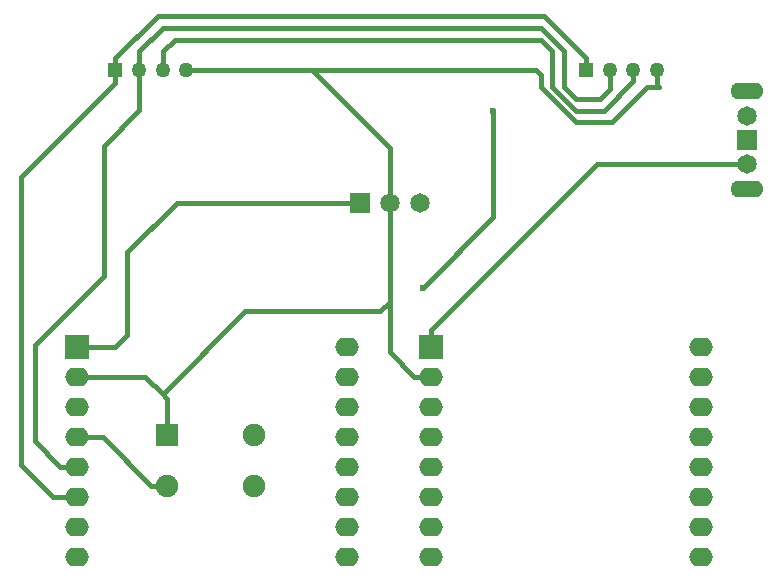
<source format=gtl>
G04 #@! TF.GenerationSoftware,KiCad,Pcbnew,5.1.5*
G04 #@! TF.CreationDate,2020-03-04T16:52:44+01:00*
G04 #@! TF.ProjectId,captobox,63617074-6f62-46f7-982e-6b696361645f,rev?*
G04 #@! TF.SameCoordinates,Original*
G04 #@! TF.FileFunction,Copper,L1,Top*
G04 #@! TF.FilePolarity,Positive*
%FSLAX46Y46*%
G04 Gerber Fmt 4.6, Leading zero omitted, Abs format (unit mm)*
G04 Created by KiCad (PCBNEW 5.1.5) date 2020-03-04 16:52:44*
%MOMM*%
%LPD*%
G04 APERTURE LIST*
%ADD10O,2.000000X1.600000*%
%ADD11R,2.000000X2.000000*%
%ADD12C,1.270000*%
%ADD13R,1.270000X1.270000*%
%ADD14C,1.651000*%
%ADD15R,1.651000X1.651000*%
%ADD16O,2.794000X1.397000*%
%ADD17C,1.905000*%
%ADD18R,1.905000X1.905000*%
%ADD19C,0.600000*%
%ADD20C,0.400000*%
G04 APERTURE END LIST*
D10*
X187575001Y-100000000D03*
X187575001Y-102540000D03*
X187575001Y-105080000D03*
X187575001Y-107620000D03*
X187575001Y-110160000D03*
X187575001Y-112700000D03*
X187575001Y-115240000D03*
X187575001Y-117780000D03*
X164715001Y-117780000D03*
X164715001Y-115240000D03*
X164715001Y-112700000D03*
X164715001Y-110160000D03*
X164715001Y-107620000D03*
X164715001Y-105080000D03*
D11*
X164715001Y-100000000D03*
D10*
X164715001Y-102540000D03*
X134715001Y-102540000D03*
D11*
X134715001Y-100000000D03*
D10*
X134715001Y-105080000D03*
X134715001Y-107620000D03*
X134715001Y-110160000D03*
X134715001Y-112700000D03*
X134715001Y-115240000D03*
X134715001Y-117780000D03*
X157575001Y-117780000D03*
X157575001Y-115240000D03*
X157575001Y-112700000D03*
X157575001Y-110160000D03*
X157575001Y-107620000D03*
X157575001Y-105080000D03*
X157575001Y-102540000D03*
X157575001Y-100000000D03*
D12*
X143999740Y-76600000D03*
X141998220Y-76600000D03*
X140001780Y-76600000D03*
D13*
X138000260Y-76600120D03*
D14*
X163740000Y-87800000D03*
X161200000Y-87800000D03*
D15*
X158660000Y-87800000D03*
D13*
X177850520Y-76600120D03*
D12*
X179852040Y-76600000D03*
X181848480Y-76600000D03*
X183850000Y-76600000D03*
D14*
X191500000Y-80468000D03*
X191500000Y-84532000D03*
D15*
X191500000Y-82500000D03*
D16*
X191500000Y-78334400D03*
X191500000Y-86665600D03*
D17*
X149750000Y-107432000D03*
X149750000Y-111750000D03*
X142384000Y-111750000D03*
D18*
X142384000Y-107432000D03*
D19*
X170000000Y-80000000D03*
X164000000Y-95000000D03*
D20*
X158660000Y-87800000D02*
X143200000Y-87800000D01*
X143200000Y-87800000D02*
X139000000Y-92000000D01*
X139000000Y-92000000D02*
X139000000Y-99000000D01*
X138000000Y-100000000D02*
X134715001Y-100000000D01*
X139000000Y-99000000D02*
X138000000Y-100000000D01*
X143999740Y-76600000D02*
X154600000Y-76600000D01*
X161200000Y-83200000D02*
X161200000Y-87800000D01*
X154600000Y-76600000D02*
X161200000Y-83200000D01*
X184000000Y-78000000D02*
X183850000Y-77850000D01*
X180000000Y-81000000D02*
X183000000Y-78000000D01*
X173600000Y-76600000D02*
X174000000Y-77000000D01*
X183000000Y-78000000D02*
X184000000Y-78000000D01*
X154600000Y-76600000D02*
X173600000Y-76600000D01*
X174000000Y-78000000D02*
X177000000Y-81000000D01*
X183850000Y-77850000D02*
X183850000Y-76600000D01*
X174000000Y-77000000D02*
X174000000Y-78000000D01*
X177000000Y-81000000D02*
X180000000Y-81000000D01*
X161200000Y-88967433D02*
X161200000Y-87800000D01*
X161200000Y-100424999D02*
X161200000Y-88967433D01*
X163315001Y-102540000D02*
X161200000Y-100424999D01*
X164715001Y-102540000D02*
X163315001Y-102540000D01*
X134715001Y-102540000D02*
X140540000Y-102540000D01*
X142384000Y-104384000D02*
X142384000Y-107432000D01*
X161200000Y-100424999D02*
X161200000Y-96200000D01*
X161200000Y-96200000D02*
X160400000Y-97000000D01*
X160400000Y-97000000D02*
X149000000Y-97000000D01*
X149000000Y-97000000D02*
X142000000Y-104000000D01*
X140540000Y-102540000D02*
X142000000Y-104000000D01*
X142000000Y-104000000D02*
X142384000Y-104384000D01*
X181848480Y-77498025D02*
X181848480Y-76600000D01*
X179346505Y-80000000D02*
X181848480Y-77498025D01*
X177000000Y-80000000D02*
X179346505Y-80000000D01*
X175000000Y-78000000D02*
X177000000Y-80000000D01*
X141998220Y-76600000D02*
X141998220Y-75001780D01*
X175000000Y-75000000D02*
X175000000Y-78000000D01*
X141998220Y-75001780D02*
X143000000Y-74000000D01*
X143000000Y-74000000D02*
X174000000Y-74000000D01*
X174000000Y-74000000D02*
X175000000Y-75000000D01*
X170000000Y-80000000D02*
X170000000Y-89000000D01*
X170000000Y-89000000D02*
X164000000Y-95000000D01*
X138000260Y-75565120D02*
X141565380Y-72000000D01*
X138000260Y-76600120D02*
X138000260Y-75565120D01*
X177850520Y-75565120D02*
X177850520Y-76600120D01*
X174285400Y-72000000D02*
X177850520Y-75565120D01*
X141565380Y-72000000D02*
X174285400Y-72000000D01*
X138000260Y-77635120D02*
X130000000Y-85635380D01*
X138000260Y-76600120D02*
X138000260Y-77635120D01*
X130000000Y-85635380D02*
X130000000Y-110000000D01*
X132700000Y-112700000D02*
X134715001Y-112700000D01*
X130000000Y-110000000D02*
X132700000Y-112700000D01*
X140001780Y-76600000D02*
X140001780Y-74998220D01*
X140001780Y-74998220D02*
X142000000Y-73000000D01*
X142000000Y-73000000D02*
X174000000Y-73000000D01*
X174000000Y-73000000D02*
X176000000Y-75000000D01*
X176000000Y-75000000D02*
X176000000Y-78000000D01*
X176000000Y-78000000D02*
X177000000Y-79000000D01*
X177000000Y-79000000D02*
X179000000Y-79000000D01*
X179852040Y-78147960D02*
X179852040Y-76600000D01*
X179000000Y-79000000D02*
X179852040Y-78147960D01*
X140001780Y-79998220D02*
X140001780Y-76600000D01*
X137000000Y-83000000D02*
X140001780Y-79998220D01*
X133315001Y-110160000D02*
X131155001Y-108000000D01*
X131155001Y-108000000D02*
X131155001Y-99844999D01*
X131155001Y-99844999D02*
X137000000Y-94000000D01*
X134715001Y-110160000D02*
X133315001Y-110160000D01*
X137000000Y-94000000D02*
X137000000Y-83000000D01*
X136906962Y-107620000D02*
X134715001Y-107620000D01*
X142384000Y-111750000D02*
X141036962Y-111750000D01*
X141036962Y-111750000D02*
X136906962Y-107620000D01*
X190332567Y-84532000D02*
X191500000Y-84532000D01*
X164715001Y-98600000D02*
X178783001Y-84532000D01*
X178783001Y-84532000D02*
X190332567Y-84532000D01*
X164715001Y-100000000D02*
X164715001Y-98600000D01*
M02*

</source>
